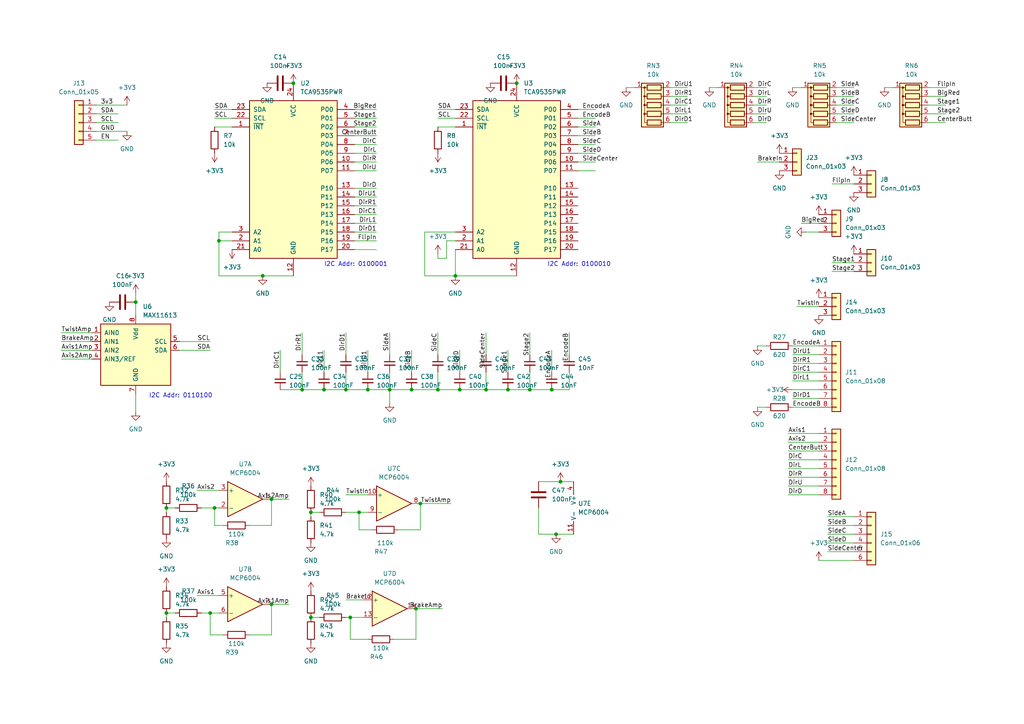
<source format=kicad_sch>
(kicad_sch (version 20230121) (generator eeschema)
  (paper "A4")
  (title_block (title "IO Controller") (date "2022-10-10") (rev "v0.1"))
  (lib_symbols
    (symbol "+3V3_1" (power) (pin_names (offset 0))
      (property "Value" "+3V3_1" (at 0 3.556 0))
      (symbol "+3V3_1_0_1"
        (polyline (pts (xy -0.762 1.27) (xy 0 2.54)))
        (polyline (pts (xy 0 0) (xy 0 2.54)))
        (polyline (pts (xy 0 2.54) (xy 0.762 1.27)))
      )
      (symbol "+3V3_1_1_1"
        (pin power_in line (at 0 0 90) (length 0) hide (name "+3V3") (number "1"))
      )
    )
    (symbol "Amplifier_Operational:MCP6004" (pin_names (offset 0.127))
      (property "Reference" "U" (at 0 5.08 0))
      (property "Value" "MCP6004" (at 0 -5.08 0))
      (symbol "MCP6004_1_1"
        (polyline (pts (xy -5.08 5.08) (xy 5.08 0) (xy -5.08 -5.08) (xy -5.08 5.08)) (stroke (width 0.254)) (fill (type background)))
        (pin output line (at 7.62 0 180) (length 2.54) (name "~") (number "1"))
        (pin input line (at -7.62 -2.54 0) (length 2.54) (name "-") (number "2"))
        (pin input line (at -7.62 2.54 0) (length 2.54) (name "+") (number "3"))
      )
      (symbol "MCP6004_2_1"
        (polyline (pts (xy -5.08 5.08) (xy 5.08 0) (xy -5.08 -5.08) (xy -5.08 5.08)) (stroke (width 0.254)) (fill (type background)))
        (pin input line (at -7.62 2.54 0) (length 2.54) (name "+") (number "5"))
        (pin input line (at -7.62 -2.54 0) (length 2.54) (name "-") (number "6"))
        (pin output line (at 7.62 0 180) (length 2.54) (name "~") (number "7"))
      )
      (symbol "MCP6004_3_1"
        (polyline (pts (xy -5.08 5.08) (xy 5.08 0) (xy -5.08 -5.08) (xy -5.08 5.08)) (stroke (width 0.254)) (fill (type background)))
        (pin input line (at -7.62 2.54 0) (length 2.54) (name "+") (number "10"))
        (pin output line (at 7.62 0 180) (length 2.54) (name "~") (number "8"))
        (pin input line (at -7.62 -2.54 0) (length 2.54) (name "-") (number "9"))
      )
      (symbol "MCP6004_4_1"
        (polyline (pts (xy -5.08 5.08) (xy 5.08 0) (xy -5.08 -5.08) (xy -5.08 5.08)) (stroke (width 0.254)) (fill (type background)))
        (pin input line (at -7.62 2.54 0) (length 2.54) (name "+") (number "12"))
        (pin input line (at -7.62 -2.54 0) (length 2.54) (name "-") (number "13"))
        (pin output line (at 7.62 0 180) (length 2.54) (name "~") (number "14"))
      )
      (symbol "MCP6004_5_1"
        (pin power_in line (at -2.54 -7.62 90) (length 3.81) (name "V-") (number "11"))
        (pin power_in line (at -2.54 7.62 270) (length 3.81) (name "V+") (number "4"))
      )
    )
    (symbol "Analog_ADC:MAX11613" (pin_names (offset 1.016))
      (property "Reference" "U" (at 11.43 -3.81 0))
      (property "Value" "MAX11613" (at 11.43 -6.35 0))
      (symbol "MAX11613_0_1"
        (rectangle (start -10.16 7.62) (end 10.16 -10.16) (stroke (width 0.254)) (fill (type background)))
      )
      (symbol "MAX11613_1_1"
        (pin input line (at -12.7 5.08 0) (length 2.54) (name "AIN0") (number "1"))
        (pin input line (at -12.7 2.54 0) (length 2.54) (name "AIN1") (number "2"))
        (pin input line (at -12.7 0 0) (length 2.54) (name "AIN2") (number "3"))
        (pin input line (at -12.7 -2.54 0) (length 2.54) (name "AIN3/REF") (number "4"))
        (pin input line (at 12.7 2.54 180) (length 2.54) (name "SCL") (number "5"))
        (pin bidirectional line (at 12.7 0 180) (length 2.54) (name "SDA") (number "6"))
        (pin power_in line (at 0 -12.7 90) (length 2.54) (name "GND") (number "7"))
        (pin power_in line (at 0 10.16 270) (length 2.54) (name "Vdd") (number "8"))
      )
    )
    (symbol "Connector_Generic:Conn_01x03" (pin_names (offset 1.016) hide)
      (property "Reference" "J" (at 0 5.08 0))
      (property "Value" "Conn_01x03" (at 0 -5.08 0))
      (symbol "Conn_01x03_1_1"
        (rectangle (start -1.27 -2.413) (end 0 -2.667) (stroke (width 0.1524)))
        (rectangle (start -1.27 0.127) (end 0 -0.127) (stroke (width 0.1524)))
        (rectangle (start -1.27 2.667) (end 0 2.413) (stroke (width 0.1524)))
        (rectangle (start -1.27 3.81) (end 1.27 -3.81) (stroke (width 0.254)) (fill (type background)))
        (pin passive line (at -5.08 2.54 0) (length 3.81) (name "Pin_1") (number "1"))
        (pin passive line (at -5.08 0 0) (length 3.81) (name "Pin_2") (number "2"))
        (pin passive line (at -5.08 -2.54 0) (length 3.81) (name "Pin_3") (number "3"))
      )
    )
    (symbol "Connector_Generic:Conn_01x05" (pin_names (offset 1.016) hide)
      (property "Reference" "J" (at 0 7.62 0))
      (property "Value" "Conn_01x05" (at 0 -7.62 0))
      (symbol "Conn_01x05_1_1"
        (rectangle (start -1.27 -4.953) (end 0 -5.207) (stroke (width 0.1524)))
        (rectangle (start -1.27 -2.413) (end 0 -2.667) (stroke (width 0.1524)))
        (rectangle (start -1.27 0.127) (end 0 -0.127) (stroke (width 0.1524)))
        (rectangle (start -1.27 2.667) (end 0 2.413) (stroke (width 0.1524)))
        (rectangle (start -1.27 5.207) (end 0 4.953) (stroke (width 0.1524)))
        (rectangle (start -1.27 6.35) (end 1.27 -6.35) (stroke (width 0.254)) (fill (type background)))
        (pin passive line (at -5.08 5.08 0) (length 3.81) (name "Pin_1") (number "1"))
        (pin passive line (at -5.08 2.54 0) (length 3.81) (name "Pin_2") (number "2"))
        (pin passive line (at -5.08 0 0) (length 3.81) (name "Pin_3") (number "3"))
        (pin passive line (at -5.08 -2.54 0) (length 3.81) (name "Pin_4") (number "4"))
        (pin passive line (at -5.08 -5.08 0) (length 3.81) (name "Pin_5") (number "5"))
      )
    )
    (symbol "Connector_Generic:Conn_01x06" (pin_names (offset 1.016) hide)
      (property "Reference" "J" (at 0 7.62 0))
      (property "Value" "Conn_01x06" (at 0 -10.16 0))
      (symbol "Conn_01x06_1_1"
        (rectangle (start -1.27 -7.493) (end 0 -7.747) (stroke (width 0.1524)))
        (rectangle (start -1.27 -4.953) (end 0 -5.207) (stroke (width 0.1524)))
        (rectangle (start -1.27 -2.413) (end 0 -2.667) (stroke (width 0.1524)))
        (rectangle (start -1.27 0.127) (end 0 -0.127) (stroke (width 0.1524)))
        (rectangle (start -1.27 2.667) (end 0 2.413) (stroke (width 0.1524)))
        (rectangle (start -1.27 5.207) (end 0 4.953) (stroke (width 0.1524)))
        (rectangle (start -1.27 6.35) (end 1.27 -8.89) (stroke (width 0.254)) (fill (type background)))
        (pin passive line (at -5.08 5.08 0) (length 3.81) (name "Pin_1") (number "1"))
        (pin passive line (at -5.08 2.54 0) (length 3.81) (name "Pin_2") (number "2"))
        (pin passive line (at -5.08 0 0) (length 3.81) (name "Pin_3") (number "3"))
        (pin passive line (at -5.08 -2.54 0) (length 3.81) (name "Pin_4") (number "4"))
        (pin passive line (at -5.08 -5.08 0) (length 3.81) (name "Pin_5") (number "5"))
        (pin passive line (at -5.08 -7.62 0) (length 3.81) (name "Pin_6") (number "6"))
      )
    )
    (symbol "Connector_Generic:Conn_01x08" (pin_names (offset 1.016) hide)
      (property "Reference" "J" (at 0 10.16 0))
      (property "Value" "Conn_01x08" (at 0 -12.7 0))
      (symbol "Conn_01x08_1_1"
        (rectangle (start -1.27 -10.033) (end 0 -10.287) (stroke (width 0.1524)))
        (rectangle (start -1.27 -7.493) (end 0 -7.747) (stroke (width 0.1524)))
        (rectangle (start -1.27 -4.953) (end 0 -5.207) (stroke (width 0.1524)))
        (rectangle (start -1.27 -2.413) (end 0 -2.667) (stroke (width 0.1524)))
        (rectangle (start -1.27 0.127) (end 0 -0.127) (stroke (width 0.1524)))
        (rectangle (start -1.27 2.667) (end 0 2.413) (stroke (width 0.1524)))
        (rectangle (start -1.27 5.207) (end 0 4.953) (stroke (width 0.1524)))
        (rectangle (start -1.27 7.747) (end 0 7.493) (stroke (width 0.1524)))
        (rectangle (start -1.27 8.89) (end 1.27 -11.43) (stroke (width 0.254)) (fill (type background)))
        (pin passive line (at -5.08 7.62 0) (length 3.81) (name "Pin_1") (number "1"))
        (pin passive line (at -5.08 5.08 0) (length 3.81) (name "Pin_2") (number "2"))
        (pin passive line (at -5.08 2.54 0) (length 3.81) (name "Pin_3") (number "3"))
        (pin passive line (at -5.08 0 0) (length 3.81) (name "Pin_4") (number "4"))
        (pin passive line (at -5.08 -2.54 0) (length 3.81) (name "Pin_5") (number "5"))
        (pin passive line (at -5.08 -5.08 0) (length 3.81) (name "Pin_6") (number "6"))
        (pin passive line (at -5.08 -7.62 0) (length 3.81) (name "Pin_7") (number "7"))
        (pin passive line (at -5.08 -10.16 0) (length 3.81) (name "Pin_8") (number "8"))
      )
    )
    (symbol "Device:C" (pin_numbers hide) (pin_names (offset 0.254))
      (property "Reference" "C" (at 0.635 2.54 0))
      (property "Value" "C" (at 0.635 -2.54 0))
      (symbol "C_0_1"
        (polyline (pts (xy -2.032 -0.762) (xy 2.032 -0.762)) (stroke (width 0.508)))
        (polyline (pts (xy -2.032 0.762) (xy 2.032 0.762)) (stroke (width 0.508)))
      )
      (symbol "C_1_1"
        (pin passive line (at 0 3.81 270) (length 2.794) (name "~") (number "1"))
        (pin passive line (at 0 -3.81 90) (length 2.794) (name "~") (number "2"))
      )
    )
    (symbol "Device:C_Small" (pin_numbers hide) (pin_names (offset 0.254) hide)
      (property "Reference" "C" (at 0.254 1.778 0))
      (property "Value" "C_Small" (at 0.254 -2.032 0))
      (symbol "C_Small_0_1"
        (polyline (pts (xy -1.524 -0.508) (xy 1.524 -0.508)) (stroke (width 0.3302)))
        (polyline (pts (xy -1.524 0.508) (xy 1.524 0.508)) (stroke (width 0.3048)))
      )
      (symbol "C_Small_1_1"
        (pin passive line (at 0 2.54 270) (length 2.032) (name "~") (number "1"))
        (pin passive line (at 0 -2.54 90) (length 2.032) (name "~") (number "2"))
      )
    )
    (symbol "Device:R" (pin_numbers hide) (pin_names (offset 0))
      (property "Reference" "R" (at 2.032 0 90))
      (property "Value" "R" (at 0 0 90))
      (symbol "R_0_1"
        (rectangle (start -1.016 -2.54) (end 1.016 2.54) (stroke (width 0.254)))
      )
      (symbol "R_1_1"
        (pin passive line (at 0 3.81 270) (length 1.27) (name "~") (number "1"))
        (pin passive line (at 0 -3.81 90) (length 1.27) (name "~") (number "2"))
      )
    )
    (symbol "Device:R_Network05" (pin_names (offset 0) hide)
      (property "Reference" "RN" (at -7.62 0 90))
      (property "Value" "R_Network05" (at 7.62 0 90))
      (symbol "R_Network05_0_1"
        (rectangle (start -6.35 -3.175) (end 6.35 3.175) (stroke (width 0.254)) (fill (type background)))
        (rectangle (start -5.842 1.524) (end -4.318 -2.54) (stroke (width 0.254)))
        (circle (center -5.08 2.286) (radius 0.254) (fill (type outline)))
        (rectangle (start -3.302 1.524) (end -1.778 -2.54) (stroke (width 0.254)))
        (circle (center -2.54 2.286) (radius 0.254) (fill (type outline)))
        (rectangle (start -0.762 1.524) (end 0.762 -2.54) (stroke (width 0.254)))
        (polyline (pts (xy -5.08 -2.54) (xy -5.08 -3.81)))
        (polyline (pts (xy -2.54 -2.54) (xy -2.54 -3.81)))
        (polyline (pts (xy 0 -2.54) (xy 0 -3.81)))
        (polyline (pts (xy 2.54 -2.54) (xy 2.54 -3.81)))
        (polyline (pts (xy 5.08 -2.54) (xy 5.08 -3.81)))
        (polyline (pts (xy -5.08 1.524) (xy -5.08 2.286) (xy -2.54 2.286) (xy -2.54 1.524)))
        (polyline (pts (xy -2.54 1.524) (xy -2.54 2.286) (xy 0 2.286) (xy 0 1.524)))
        (polyline (pts (xy 0 1.524) (xy 0 2.286) (xy 2.54 2.286) (xy 2.54 1.524)))
        (polyline (pts (xy 2.54 1.524) (xy 2.54 2.286) (xy 5.08 2.286) (xy 5.08 1.524)))
        (circle (center 0 2.286) (radius 0.254) (fill (type outline)))
        (rectangle (start 1.778 1.524) (end 3.302 -2.54) (stroke (width 0.254)))
        (circle (center 2.54 2.286) (radius 0.254) (fill (type outline)))
        (rectangle (start 4.318 1.524) (end 5.842 -2.54) (stroke (width 0.254)))
      )
      (symbol "R_Network05_1_1"
        (pin passive line (at -5.08 5.08 270) (length 2.54) (name "common") (number "1"))
        (pin passive line (at -5.08 -5.08 90) (length 1.27) (name "R1") (number "2"))
        (pin passive line (at -2.54 -5.08 90) (length 1.27) (name "R2") (number "3"))
        (pin passive line (at 0 -5.08 90) (length 1.27) (name "R3") (number "4"))
        (pin passive line (at 2.54 -5.08 90) (length 1.27) (name "R4") (number "5"))
        (pin passive line (at 5.08 -5.08 90) (length 1.27) (name "R5") (number "6"))
      )
    )
    (symbol "Interface_Expansion:TCA9535PWR" (pin_names (offset 1.016))
      (property "Reference" "U" (at -11.43 24.13 0))
      (property "Value" "TCA9535PWR" (at 0 0 0))
      (symbol "TCA9535PWR_0_1"
        (rectangle (start -12.7 22.86) (end 12.7 -22.86) (stroke (width 0.254)) (fill (type background)))
      )
      (symbol "TCA9535PWR_1_1"
        (pin open_collector line (at -17.78 15.24 0) (length 5.08) (name "~{INT}") (number "1"))
        (pin bidirectional line (at 17.78 5.08 180) (length 5.08) (name "P06") (number "10"))
        (pin bidirectional line (at 17.78 2.54 180) (length 5.08) (name "P07") (number "11"))
        (pin power_in line (at 0 -27.94 90) (length 5.08) (name "GND") (number "12"))
        (pin bidirectional line (at 17.78 -2.54 180) (length 5.08) (name "P10") (number "13"))
        (pin bidirectional line (at 17.78 -5.08 180) (length 5.08) (name "P11") (number "14"))
        (pin bidirectional line (at 17.78 -7.62 180) (length 5.08) (name "P12") (number "15"))
        (pin bidirectional line (at 17.78 -10.16 180) (length 5.08) (name "P13") (number "16"))
        (pin bidirectional line (at 17.78 -12.7 180) (length 5.08) (name "P14") (number "17"))
        (pin bidirectional line (at 17.78 -15.24 180) (length 5.08) (name "P15") (number "18"))
        (pin bidirectional line (at 17.78 -17.78 180) (length 5.08) (name "P16") (number "19"))
        (pin input line (at -17.78 -17.78 0) (length 5.08) (name "A1") (number "2"))
        (pin bidirectional line (at 17.78 -20.32 180) (length 5.08) (name "P17") (number "20"))
        (pin input line (at -17.78 -20.32 0) (length 5.08) (name "A0") (number "21"))
        (pin input line (at -17.78 17.78 0) (length 5.08) (name "SCL") (number "22"))
        (pin bidirectional line (at -17.78 20.32 0) (length 5.08) (name "SDA") (number "23"))
        (pin power_in line (at 0 27.94 270) (length 5.08) (name "VCC") (number "24"))
        (pin input line (at -17.78 -15.24 0) (length 5.08) (name "A2") (number "3"))
        (pin bidirectional line (at 17.78 20.32 180) (length 5.08) (name "P00") (number "4"))
        (pin bidirectional line (at 17.78 17.78 180) (length 5.08) (name "P01") (number "5"))
        (pin bidirectional line (at 17.78 15.24 180) (length 5.08) (name "P02") (number "6"))
        (pin bidirectional line (at 17.78 12.7 180) (length 5.08) (name "P03") (number "7"))
        (pin bidirectional line (at 17.78 10.16 180) (length 5.08) (name "P04") (number "8"))
        (pin bidirectional line (at 17.78 7.62 180) (length 5.08) (name "P05") (number "9"))
      )
    )
    (symbol "power:+3V3" (power) (pin_names (offset 0))
      (property "Value" "+3V3" (at 0 3.556 0))
      (symbol "+3V3_0_1"
        (polyline (pts (xy -0.762 1.27) (xy 0 2.54)))
        (polyline (pts (xy 0 0) (xy 0 2.54)))
        (polyline (pts (xy 0 2.54) (xy 0.762 1.27)))
      )
      (symbol "+3V3_1_1"
        (pin power_in line (at 0 0 90) (length 0) hide (name "+3V3") (number "1"))
      )
    )
    (symbol "power:GND" (power) (pin_names (offset 0))
      (property "Value" "GND" (at 0 -3.81 0))
      (symbol "GND_0_1"
        (polyline (pts (xy 0 0) (xy 0 -1.27) (xy 1.27 -1.27) (xy 0 -2.54) (xy -1.27 -1.27) (xy 0 -1.27)))
      )
      (symbol "GND_1_1"
        (pin power_in line (at 0 0 270) (length 0) hide (name "GND") (number "1"))
      )
    )
  )
  (junction (at 161.29 154.94))
  (junction (at 76.2 80.01))
  (junction (at 147.32 113.03))
  (junction (at 140.97 113.03))
  (junction (at 153.67 113.03))
  (junction (at 78.74 144.78))
  (junction (at 62.23 147.32))
  (junction (at 119.38 113.03))
  (junction (at 127 113.03))
  (junction (at 78.74 175.26))
  (junction (at 120.65 176.53))
  (junction (at 106.68 113.03))
  (junction (at 100.33 113.03))
  (junction (at 60.96 177.8))
  (junction (at 87.63 113.03))
  (junction (at 90.17 148.59))
  (junction (at 133.35 113.03))
  (junction (at 104.14 148.59))
  (junction (at 113.03 113.03))
  (junction (at 149.86 24.13))
  (junction (at 39.37 87.63))
  (junction (at 162.56 139.7))
  (junction (at 121.92 146.05))
  (junction (at 48.26 177.8))
  (junction (at 63.5 69.85))
  (junction (at 93.98 113.03))
  (junction (at 101.6 179.07))
  (junction (at 48.26 147.32))
  (junction (at 160.02 113.03))
  (junction (at 85.09 24.13))
  (junction (at 90.17 179.07))
  (junction (at 132.08 80.01))
  (wire (pts (xy 106.68 185.42) (xy 101.6 185.42)))
  (wire (pts (xy 269.24 27.94) (xy 274.32 27.94)))
  (wire (pts (xy 165.1 96.52) (xy 165.1 102.87)))
  (wire (pts (xy 87.63 107.95) (xy 87.63 113.03)))
  (wire (pts (xy 269.24 35.56) (xy 274.32 35.56)))
  (wire (pts (xy 62.23 152.4) (xy 62.23 147.32)))
  (wire (pts (xy 63.5 80.01) (xy 76.2 80.01)))
  (wire (pts (xy 233.68 67.31) (xy 237.49 67.31)))
  (wire (pts (xy 127 73.66) (xy 127 74.93)))
  (wire (pts (xy 194.31 35.56) (xy 199.39 35.56)))
  (wire (pts (xy 52.07 99.06) (xy 60.96 99.06)))
  (wire (pts (xy 102.87 49.53) (xy 109.22 49.53)))
  (wire (pts (xy 153.67 107.95) (xy 153.67 113.03)))
  (wire (pts (xy 48.26 177.8) (xy 50.8 177.8)))
  (wire (pts (xy 102.87 36.83) (xy 109.22 36.83)))
  (wire (pts (xy 121.92 153.67) (xy 121.92 146.05)))
  (wire (pts (xy 167.64 31.75) (xy 172.72 31.75)))
  (wire (pts (xy 127 34.29) (xy 132.08 34.29)))
  (wire (pts (xy 165.1 113.03) (xy 160.02 113.03)))
  (wire (pts (xy 205.74 25.4) (xy 208.28 25.4)))
  (wire (pts (xy 242.57 27.94) (xy 247.65 27.94)))
  (wire (pts (xy 114.3 185.42) (xy 120.65 185.42)))
  (wire (pts (xy 140.97 107.95) (xy 140.97 113.03)))
  (wire (pts (xy 269.24 30.48) (xy 274.32 30.48)))
  (wire (pts (xy 17.78 96.52) (xy 26.67 96.52)))
  (wire (pts (xy 133.35 113.03) (xy 140.97 113.03)))
  (wire (pts (xy 242.57 25.4) (xy 247.65 25.4)))
  (wire (pts (xy 39.37 87.63) (xy 39.37 91.44)))
  (wire (pts (xy 57.15 142.24) (xy 63.5 142.24)))
  (wire (pts (xy 62.23 147.32) (xy 63.5 147.32)))
  (wire (pts (xy 218.44 30.48) (xy 222.25 30.48)))
  (wire (pts (xy 17.78 104.14) (xy 26.67 104.14)))
  (wire (pts (xy 119.38 113.03) (xy 127 113.03)))
  (wire (pts (xy 167.64 36.83) (xy 172.72 36.83)))
  (wire (pts (xy 62.23 31.75) (xy 67.31 31.75)))
  (wire (pts (xy 107.95 153.67) (xy 104.14 153.67)))
  (wire (pts (xy 123.19 80.01) (xy 132.08 80.01)))
  (wire (pts (xy 102.87 57.15) (xy 109.22 57.15)))
  (wire (pts (xy 63.5 69.85) (xy 67.31 69.85)))
  (wire (pts (xy 102.87 62.23) (xy 109.22 62.23)))
  (wire (pts (xy 194.31 25.4) (xy 199.39 25.4)))
  (wire (pts (xy 242.57 33.02) (xy 247.65 33.02)))
  (wire (pts (xy 228.6 140.97) (xy 237.49 140.97)))
  (wire (pts (xy 78.74 175.26) (xy 83.82 175.26)))
  (wire (pts (xy 101.6 179.07) (xy 105.41 179.07)))
  (wire (pts (xy 242.57 35.56) (xy 247.65 35.56)))
  (wire (pts (xy 27.94 33.02) (xy 34.29 33.02)))
  (wire (pts (xy 240.03 157.48) (xy 247.65 157.48)))
  (wire (pts (xy 147.32 101.6) (xy 147.32 107.95)))
  (wire (pts (xy 81.28 113.03) (xy 87.63 113.03)))
  (wire (pts (xy 39.37 114.3) (xy 39.37 119.38)))
  (wire (pts (xy 161.29 154.94) (xy 166.37 154.94)))
  (wire (pts (xy 78.74 184.15) (xy 78.74 175.26)))
  (wire (pts (xy 67.31 67.31) (xy 63.5 67.31)))
  (wire (pts (xy 240.03 160.02) (xy 247.65 160.02)))
  (wire (pts (xy 127 36.83) (xy 132.08 36.83)))
  (wire (pts (xy 241.3 78.74) (xy 247.65 78.74)))
  (wire (pts (xy 237.49 162.56) (xy 247.65 162.56)))
  (wire (pts (xy 237.49 118.11) (xy 229.87 118.11)))
  (wire (pts (xy 127 113.03) (xy 133.35 113.03)))
  (wire (pts (xy 167.64 34.29) (xy 172.72 34.29)))
  (wire (pts (xy 156.21 147.32) (xy 156.21 154.94)))
  (wire (pts (xy 102.87 44.45) (xy 109.22 44.45)))
  (wire (pts (xy 63.5 67.31) (xy 63.5 69.85)))
  (wire (pts (xy 57.15 172.72) (xy 63.5 172.72)))
  (wire (pts (xy 27.94 40.64) (xy 34.29 40.64)))
  (wire (pts (xy 100.33 173.99) (xy 105.41 173.99)))
  (wire (pts (xy 165.1 107.95) (xy 165.1 113.03)))
  (wire (pts (xy 132.08 80.01) (xy 132.08 72.39)))
  (wire (pts (xy 219.71 46.99) (xy 226.06 46.99)))
  (wire (pts (xy 102.87 46.99) (xy 109.22 46.99)))
  (wire (pts (xy 229.87 113.03) (xy 237.49 113.03)))
  (wire (pts (xy 106.68 101.6) (xy 106.68 107.95)))
  (wire (pts (xy 101.6 185.42) (xy 101.6 179.07)))
  (wire (pts (xy 167.64 44.45) (xy 172.72 44.45)))
  (wire (pts (xy 156.21 154.94) (xy 161.29 154.94)))
  (wire (pts (xy 228.6 143.51) (xy 237.49 143.51)))
  (wire (pts (xy 129.54 69.85) (xy 129.54 74.93)))
  (wire (pts (xy 242.57 30.48) (xy 247.65 30.48)))
  (wire (pts (xy 123.19 67.31) (xy 123.19 80.01)))
  (wire (pts (xy 52.07 101.6) (xy 60.96 101.6)))
  (wire (pts (xy 219.71 100.33) (xy 222.25 100.33)))
  (wire (pts (xy 60.96 184.15) (xy 60.96 177.8)))
  (wire (pts (xy 93.98 101.6) (xy 93.98 107.95)))
  (wire (pts (xy 241.3 76.2) (xy 247.65 76.2)))
  (wire (pts (xy 140.97 113.03) (xy 147.32 113.03)))
  (wire (pts (xy 127 31.75) (xy 132.08 31.75)))
  (wire (pts (xy 102.87 72.39) (xy 109.22 72.39)))
  (wire (pts (xy 228.6 138.43) (xy 237.49 138.43)))
  (wire (pts (xy 194.31 30.48) (xy 199.39 30.48)))
  (wire (pts (xy 72.39 152.4) (xy 78.74 152.4)))
  (wire (pts (xy 120.65 176.53) (xy 128.27 176.53)))
  (wire (pts (xy 27.94 38.1) (xy 36.83 38.1)))
  (wire (pts (xy 241.3 53.34) (xy 247.65 53.34)))
  (wire (pts (xy 100.33 143.51) (xy 106.68 143.51)))
  (wire (pts (xy 132.08 67.31) (xy 123.19 67.31)))
  (wire (pts (xy 102.87 54.61) (xy 109.22 54.61)))
  (wire (pts (xy 58.42 147.32) (xy 62.23 147.32)))
  (wire (pts (xy 140.97 96.52) (xy 140.97 102.87)))
  (wire (pts (xy 62.23 36.83) (xy 67.31 36.83)))
  (wire (pts (xy 17.78 99.06) (xy 26.67 99.06)))
  (wire (pts (xy 39.37 85.09) (xy 39.37 87.63)))
  (wire (pts (xy 100.33 148.59) (xy 104.14 148.59)))
  (wire (pts (xy 78.74 144.78) (xy 83.82 144.78)))
  (wire (pts (xy 133.35 101.6) (xy 133.35 107.95)))
  (wire (pts (xy 100.33 179.07) (xy 101.6 179.07)))
  (wire (pts (xy 120.65 176.53) (xy 120.65 185.42)))
  (wire (pts (xy 167.64 49.53) (xy 172.72 49.53)))
  (wire (pts (xy 87.63 113.03) (xy 93.98 113.03)))
  (wire (pts (xy 78.74 152.4) (xy 78.74 144.78)))
  (wire (pts (xy 113.03 113.03) (xy 119.38 113.03)))
  (wire (pts (xy 167.64 39.37) (xy 172.72 39.37)))
  (wire (pts (xy 231.14 88.9) (xy 237.49 88.9)))
  (wire (pts (xy 104.14 153.67) (xy 104.14 148.59)))
  (wire (pts (xy 90.17 179.07) (xy 92.71 179.07)))
  (wire (pts (xy 93.98 113.03) (xy 100.33 113.03)))
  (wire (pts (xy 102.87 41.91) (xy 109.22 41.91)))
  (wire (pts (xy 106.68 113.03) (xy 113.03 113.03)))
  (wire (pts (xy 229.87 102.87) (xy 237.49 102.87)))
  (wire (pts (xy 100.33 113.03) (xy 106.68 113.03)))
  (wire (pts (xy 240.03 154.94) (xy 247.65 154.94)))
  (wire (pts (xy 64.77 184.15) (xy 60.96 184.15)))
  (wire (pts (xy 149.86 80.01) (xy 132.08 80.01)))
  (wire (pts (xy 102.87 31.75) (xy 109.22 31.75)))
  (wire (pts (xy 48.26 147.32) (xy 48.26 148.59)))
  (wire (pts (xy 58.42 177.8) (xy 60.96 177.8)))
  (wire (pts (xy 102.87 64.77) (xy 109.22 64.77)))
  (wire (pts (xy 218.44 27.94) (xy 222.25 27.94)))
  (wire (pts (xy 127 96.52) (xy 127 102.87)))
  (wire (pts (xy 256.54 25.4) (xy 259.08 25.4)))
  (wire (pts (xy 218.44 25.4) (xy 222.25 25.4)))
  (wire (pts (xy 50.8 147.32) (xy 48.26 147.32)))
  (wire (pts (xy 102.87 34.29) (xy 109.22 34.29)))
  (wire (pts (xy 228.6 130.81) (xy 237.49 130.81)))
  (wire (pts (xy 218.44 33.02) (xy 222.25 33.02)))
  (wire (pts (xy 27.94 30.48) (xy 36.83 30.48)))
  (wire (pts (xy 240.03 149.86) (xy 247.65 149.86)))
  (wire (pts (xy 269.24 25.4) (xy 274.32 25.4)))
  (wire (pts (xy 167.64 41.91) (xy 172.72 41.91)))
  (wire (pts (xy 229.87 110.49) (xy 237.49 110.49)))
  (wire (pts (xy 76.2 80.01) (xy 85.09 80.01)))
  (wire (pts (xy 48.26 179.07) (xy 48.26 177.8)))
  (wire (pts (xy 127 107.95) (xy 127 113.03)))
  (wire (pts (xy 113.03 96.52) (xy 113.03 102.87)))
  (wire (pts (xy 156.21 139.7) (xy 162.56 139.7)))
  (wire (pts (xy 102.87 59.69) (xy 109.22 59.69)))
  (wire (pts (xy 102.87 67.31) (xy 109.22 67.31)))
  (wire (pts (xy 100.33 107.95) (xy 100.33 113.03)))
  (wire (pts (xy 194.31 27.94) (xy 199.39 27.94)))
  (wire (pts (xy 104.14 148.59) (xy 106.68 148.59)))
  (wire (pts (xy 229.87 107.95) (xy 237.49 107.95)))
  (wire (pts (xy 129.54 74.93) (xy 127 74.93)))
  (wire (pts (xy 218.44 35.56) (xy 222.25 35.56)))
  (wire (pts (xy 60.96 177.8) (xy 63.5 177.8)))
  (wire (pts (xy 162.56 139.7) (xy 166.37 139.7)))
  (wire (pts (xy 72.39 184.15) (xy 78.74 184.15)))
  (wire (pts (xy 219.71 118.11) (xy 222.25 118.11)))
  (wire (pts (xy 102.87 39.37) (xy 109.22 39.37)))
  (wire (pts (xy 181.61 25.4) (xy 184.15 25.4)))
  (wire (pts (xy 153.67 96.52) (xy 153.67 102.87)))
  (wire (pts (xy 228.6 128.27) (xy 237.49 128.27)))
  (wire (pts (xy 119.38 101.6) (xy 119.38 107.95)))
  (wire (pts (xy 132.08 69.85) (xy 129.54 69.85)))
  (wire (pts (xy 100.33 96.52) (xy 100.33 102.87)))
  (wire (pts (xy 81.28 101.6) (xy 81.28 107.95)))
  (wire (pts (xy 167.64 46.99) (xy 172.72 46.99)))
  (wire (pts (xy 228.6 125.73) (xy 237.49 125.73)))
  (wire (pts (xy 228.6 135.89) (xy 237.49 135.89)))
  (wire (pts (xy 87.63 96.52) (xy 87.63 102.87)))
  (wire (pts (xy 269.24 33.02) (xy 274.32 33.02)))
  (wire (pts (xy 232.41 64.77) (xy 237.49 64.77)))
  (wire (pts (xy 113.03 107.95) (xy 113.03 113.03)))
  (wire (pts (xy 90.17 149.86) (xy 90.17 148.59)))
  (wire (pts (xy 194.31 33.02) (xy 199.39 33.02)))
  (wire (pts (xy 90.17 148.59) (xy 92.71 148.59)))
  (wire (pts (xy 240.03 152.4) (xy 247.65 152.4)))
  (wire (pts (xy 121.92 146.05) (xy 130.81 146.05)))
  (wire (pts (xy 147.32 113.03) (xy 153.67 113.03)))
  (wire (pts (xy 113.03 113.03) (xy 113.03 116.84)))
  (wire (pts (xy 64.77 152.4) (xy 62.23 152.4)))
  (wire (pts (xy 62.23 34.29) (xy 67.31 34.29)))
  (wire (pts (xy 229.87 115.57) (xy 237.49 115.57)))
  (wire (pts (xy 228.6 133.35) (xy 237.49 133.35)))
  (wire (pts (xy 27.94 35.56) (xy 34.29 35.56)))
  (wire (pts (xy 63.5 80.01) (xy 63.5 69.85)))
  (wire (pts (xy 229.87 100.33) (xy 237.49 100.33)))
  (wire (pts (xy 160.02 101.6) (xy 160.02 107.95)))
  (wire (pts (xy 229.87 105.41) (xy 237.49 105.41)))
  (wire (pts (xy 102.87 69.85) (xy 109.22 69.85)))
  (wire (pts (xy 17.78 101.6) (xy 26.67 101.6)))
  (wire (pts (xy 229.87 25.4) (xy 232.41 25.4)))
  (wire (pts (xy 160.02 113.03) (xy 153.67 113.03)))
  (wire (pts (xy 115.57 153.67) (xy 121.92 153.67)))
  (text "I2C Addr: 0100010" (at 158.75 77.47 0) (effects (font (size 1.27 1.27)) (justify left bottom)))
  (text "I2C Addr: 0100001" (at 93.98 77.47 0) (effects (font (size 1.27 1.27)) (justify left bottom)))
  (text "I2C Addr: 0110100" (at 43.18 115.57 0) (effects (font (size 1.27 1.27)) (justify left bottom)))
  (label "SideC" (at 168.91 41.91 0))
  (label "EncodeA" (at 229.87 100.33 0))
  (label "CenterButt" (at 228.6 130.81 0))
  (label "SideC" (at 127 96.52 270))
  (label "SideCenter" (at 243.84 35.56 0))
  (label "SideCenter" (at 140.97 96.52 270))
  (label "Axis2Amp" (at 83.82 144.78 180))
  (label "SCL" (at 29.21 35.56 0))
  (label "DirU1" (at 195.58 25.4 0))
  (label "DirR" (at 228.6 138.43 0))
  (label "DirR" (at 219.71 30.48 0))
  (label "SideA" (at 243.84 25.4 0))
  (label "EncodeB" (at 229.87 118.11 0))
  (label "Stage1" (at 109.22 34.29 180))
  (label "DirL1" (at 229.87 110.49 0))
  (label "DirL" (at 109.22 44.45 180))
  (label "SideD" (at 168.91 44.45 0))
  (label "SCL" (at 62.23 34.29 0))
  (label "Stage1" (at 147.32 101.6 270))
  (label "DirD1" (at 100.33 96.52 270))
  (label "DirC" (at 219.71 25.4 0))
  (label "SideC" (at 240.03 154.94 0))
  (label "DirD" (at 219.71 35.56 0))
  (label "TwistAmp" (at 17.78 96.52 0))
  (label "DirC1" (at 229.87 107.95 0))
  (label "EncodeB" (at 168.91 34.29 0))
  (label "SideCenter" (at 240.03 160.02 0))
  (label "DirU" (at 219.71 33.02 0))
  (label "DirL" (at 228.6 135.89 0))
  (label "DirU1" (at 109.22 57.15 180))
  (label "DirR" (at 109.22 46.99 180))
  (label "FlipIn" (at 271.78 25.4 0))
  (label "FlipIn" (at 109.22 69.85 180))
  (label "EN" (at 29.21 40.64 0))
  (label "SideD" (at 133.35 101.6 270))
  (label "CenterButt" (at 109.22 39.37 180))
  (label "DirR1" (at 109.22 59.69 180))
  (label "DirC" (at 228.6 133.35 0))
  (label "BigRed" (at 271.78 27.94 0))
  (label "Stage2" (at 241.3 78.74 0))
  (label "DirU1" (at 229.87 102.87 0))
  (label "SideA" (at 113.03 96.52 270))
  (label "DirD" (at 109.22 54.61 180))
  (label "EncodeA" (at 160.02 101.6 270))
  (label "Axis2" (at 228.6 128.27 0))
  (label "DirD1" (at 195.58 35.56 0))
  (label "Axis1" (at 57.15 172.72 0))
  (label "DirL1" (at 109.22 64.77 180))
  (label "Axis2Amp" (at 17.78 104.14 0))
  (label "SideB" (at 168.91 39.37 0))
  (label "SDA" (at 29.21 33.02 0))
  (label "SideA" (at 240.03 149.86 0))
  (label "DirU" (at 228.6 140.97 0))
  (label "SideC" (at 243.84 30.48 0))
  (label "SideB" (at 119.38 101.6 270))
  (label "Axis2" (at 57.15 142.24 0))
  (label "CenterButt" (at 271.78 35.56 0))
  (label "DirC1" (at 195.58 30.48 0))
  (label "DirD1" (at 109.22 67.31 180))
  (label "BrakeAmp" (at 17.78 99.06 0))
  (label "Stage1" (at 271.78 30.48 0))
  (label "SideA" (at 168.91 36.83 0))
  (label "EncodeB" (at 165.1 96.52 270))
  (label "SDA" (at 62.23 31.75 0))
  (label "SDA" (at 60.96 101.6 180))
  (label "Stage2" (at 109.22 36.83 180))
  (label "SideB" (at 243.84 27.94 0))
  (label "SDA" (at 127 31.75 0))
  (label "Stage2" (at 271.78 33.02 0))
  (label "SCL" (at 127 34.29 0))
  (label "SCL" (at 60.96 99.06 180))
  (label "BrakeAmp" (at 128.27 176.53 180))
  (label "GND" (at 29.21 38.1 0))
  (label "BrakeIn" (at 100.33 173.99 0))
  (label "Axis1Amp" (at 83.82 175.26 180))
  (label "DirR1" (at 87.63 96.52 270))
  (label "DirL" (at 219.71 27.94 0))
  (label "BigRed" (at 232.41 64.77 0))
  (label "SideB" (at 240.03 152.4 0))
  (label "DirU1" (at 106.68 101.6 270))
  (label "DirC1" (at 109.22 62.23 180))
  (label "DirL1" (at 195.58 33.02 0))
  (label "Stage2" (at 153.67 96.52 270))
  (label "SideD" (at 240.03 157.48 0))
  (label "DirR1" (at 195.58 27.94 0))
  (label "BigRed" (at 109.22 31.75 180))
  (label "DirD1" (at 229.87 115.57 0))
  (label "FlipIn" (at 241.3 53.34 0))
  (label "DirU" (at 109.22 49.53 180))
  (label "TwistIn" (at 100.33 143.51 0))
  (label "Axis1" (at 228.6 125.73 0))
  (label "DirL1" (at 93.98 101.6 270))
  (label "Axis1Amp" (at 17.78 101.6 0))
  (label "Stage1" (at 241.3 76.2 0))
  (label "TwistIn" (at 231.14 88.9 0))
  (label "SideCenter" (at 168.91 46.99 0))
  (label "BrakeIn" (at 219.71 46.99 0))
  (label "DirC" (at 109.22 41.91 180))
  (label "3v3" (at 29.21 30.48 0))
  (label "DirR1" (at 229.87 105.41 0))
  (label "SideD" (at 243.84 33.02 0))
  (label "DirC1" (at 81.28 101.6 270))
  (label "TwistAmp" (at 130.81 146.05 180))
  (label "DirD" (at 228.6 143.51 0))
  (label "EncodeA" (at 168.91 31.75 0))
  (symbol (lib_id "Device:R") (at 127 40.64 0) (unit 1)
    (property "Reference" "R8" (at 129.54 39.3699 0) (effects (justify left)))
    (property "Value" "10k" (at 129.54 41.9099 0) (effects (justify left)))
    (property "Footprint" "Resistor_SMD:R_0805_2012Metric" (effects hide))
  )
  (symbol (lib_id "Device:C_Small") (at 113.03 105.41 0) (unit 1)
    (property "Reference" "C37" (at 115.57 104.1462 0) (effects (justify left)))
    (property "Value" "100nF" (at 115.57 106.6862 0) (effects (justify left)))
    (property "Footprint" "Capacitor_SMD:C_0603_1608Metric" (effects hide))
  )
  (symbol (lib_id "Device:R") (at 48.26 152.4 0) (unit 1)
    (property "Reference" "R33" (at 50.8 151.1299 0) (effects (justify left)))
    (property "Value" "4.7k" (at 50.8 153.6699 0) (effects (justify left)))
    (property "Footprint" "Resistor_SMD:R_0603_1608Metric" (effects hide))
  )
  (symbol (lib_name "+3V3_1") (lib_id "power:+3V3") (at 90.17 171.45 0) (unit 1)
    (property "Reference" "#PWR0227" (effects hide))
    (property "Value" "+3V3" (at 90.17 166.37 0))
  )
  (symbol (lib_id "power:GND") (at 90.17 186.69 0) (unit 1)
    (property "Reference" "#PWR0229" (effects hide))
    (property "Value" "GND" (at 90.17 191.77 0))
  )
  (symbol (lib_id "power:+3V3") (at 162.56 139.7 0) (unit 1)
    (property "Reference" "#PWR0217" (effects hide))
    (property "Value" "+3V3" (at 162.56 134.62 0))
  )
  (symbol (lib_id "power:GND") (at 181.61 25.4 0) (unit 1)
    (property "Reference" "#PWR0189" (effects hide))
    (property "Value" "GND" (at 181.61 30.48 0))
  )
  (symbol (lib_id "power:+3V3") (at 247.65 50.8 0) (unit 1)
    (property "Reference" "#PWR0109" (effects hide))
    (property "Value" "+3V3" (at 247.65 45.72 0))
  )
  (symbol (lib_id "Device:R") (at 96.52 179.07 90) (unit 1)
    (property "Reference" "R45" (at 96.52 172.72 90))
    (property "Value" "100k" (at 96.52 175.26 90))
    (property "Footprint" "Resistor_SMD:R_0603_1608Metric" (effects hide))
  )
  (symbol (lib_id "Connector_Generic:Conn_01x03") (at 252.73 53.34 0) (unit 1)
    (property "Reference" "J8" (at 255.27 52.0699 0) (effects (justify left)))
    (property "Value" "Conn_01x03" (at 255.27 54.6099 0) (effects (justify left)))
    (property "Footprint" "Connector_JST:JST_PH_B3B-PH-K_1x03_P2.00mm_Vertical" (effects hide))
  )
  (symbol (lib_id "power:GND") (at 36.83 38.1 0) (unit 1)
    (property "Reference" "#PWR0112" (effects hide))
    (property "Value" "GND" (at 36.83 43.18 0))
  )
  (symbol (lib_id "power:GND") (at 48.26 186.69 0) (unit 1)
    (property "Reference" "#PWR0230" (effects hide))
    (property "Value" "GND" (at 48.26 191.77 0))
  )
  (symbol (lib_name "+3V3_1") (lib_id "power:+3V3") (at 90.17 140.97 0) (unit 1)
    (property "Reference" "#PWR0224" (effects hide))
    (property "Value" "+3V3" (at 90.17 135.89 0))
  )
  (symbol (lib_id "Amplifier_Operational:MCP6004") (at 71.12 175.26 0) (unit 2)
    (property "Reference" "U7" (at 71.12 165.1 0))
    (property "Value" "MCP6004" (at 71.12 167.64 0))
    (property "Footprint" "Package_SO:TSSOP-14_4.4x5mm_P0.65mm" (effects hide))
    (property "Datasheet" "http://ww1.microchip.com/downloads/en/DeviceDoc/21733j.pdf" (effects hide))
  )
  (symbol (lib_id "Connector_Generic:Conn_01x03") (at 242.57 88.9 0) (unit 1)
    (property "Reference" "J14" (at 245.11 87.6299 0) (effects (justify left)))
    (property "Value" "Conn_01x03" (at 245.11 90.1699 0) (effects (justify left)))
    (property "Footprint" "Connector_JST:JST_PH_B3B-PH-K_1x03_P2.00mm_Vertical" (effects hide))
  )
  (symbol (lib_id "power:GND") (at 237.49 91.44 0) (unit 1)
    (property "Reference" "#PWR0123" (effects hide))
    (property "Value" "GND" (at 237.49 96.52 0))
  )
  (symbol (lib_id "power:+3V3") (at 39.37 85.09 0) (unit 1)
    (property "Reference" "#PWR0150" (effects hide))
    (property "Value" "+3V3" (at 39.37 80.01 0))
  )
  (symbol (lib_id "Device:C_Small") (at 93.98 110.49 0) (unit 1)
    (property "Reference" "C34" (at 96.52 109.2262 0) (effects (justify left)))
    (property "Value" "100nF" (at 96.52 111.7662 0) (effects (justify left)))
    (property "Footprint" "Capacitor_SMD:C_0603_1608Metric" (effects hide))
  )
  (symbol (lib_id "Device:C_Small") (at 165.1 105.41 0) (unit 1)
    (property "Reference" "C45" (at 167.64 104.1462 0) (effects (justify left)))
    (property "Value" "10nF" (at 167.64 106.6862 0) (effects (justify left)))
    (property "Footprint" "Capacitor_SMD:C_0603_1608Metric" (effects hide))
  )
  (symbol (lib_id "power:+3V3") (at 127 44.45 180) (unit 1)
    (property "Reference" "#PWR0162" (effects hide))
    (property "Value" "+3V3" (at 127 49.53 0))
  )
  (symbol (lib_id "power:+3V3") (at 226.06 44.45 0) (unit 1)
    (property "Reference" "#PWR0214" (effects hide))
    (property "Value" "+3V3" (at 226.06 39.37 0))
  )
  (symbol (lib_id "power:GND") (at 161.29 154.94 0) (unit 1)
    (property "Reference" "#PWR0216" (effects hide))
    (property "Value" "GND" (at 161.29 160.02 0))
  )
  (symbol (lib_id "power:+3V3") (at 67.31 72.39 180) (unit 1)
    (property "Reference" "#PWR0115" (effects hide))
    (property "Value" "+3V3" (at 67.31 77.47 0))
  )
  (symbol (lib_id "Analog_ADC:MAX11613") (at 39.37 101.6 0) (unit 1)
    (property "Reference" "U6" (at 41.3894 88.9 0) (effects (justify left)))
    (property "Value" "MAX11613" (at 41.3894 91.44 0) (effects (justify left)))
    (property "Footprint" "Package_SO:MSOP-8_3x3mm_P0.65mm" (effects hide))
    (property "Datasheet" "https://datasheets.maximintegrated.com/en/ds/MAX11612-MAX11617.pdf" (effects hide))
  )
  (symbol (lib_id "power:+3V3") (at 237.49 86.36 0) (unit 1)
    (property "Reference" "#PWR0124" (effects hide))
    (property "Value" "+3V3" (at 237.49 81.28 0))
  )
  (symbol (lib_id "power:GND") (at 256.54 25.4 0) (unit 1)
    (property "Reference" "#PWR0184" (effects hide))
    (property "Value" "GND" (at 256.54 30.48 0))
  )
  (symbol (lib_id "power:GND") (at 229.87 25.4 0) (unit 1)
    (property "Reference" "#PWR0183" (effects hide))
    (property "Value" "GND" (at 229.87 30.48 0))
  )
  (symbol (lib_id "Device:C_Small") (at 81.28 110.49 0) (unit 1)
    (property "Reference" "C25" (at 83.82 109.2262 0) (effects (justify left)))
    (property "Value" "100nF" (at 83.82 111.7662 0) (effects (justify left)))
    (property "Footprint" "Capacitor_SMD:C_0603_1608Metric" (effects hide))
  )
  (symbol (lib_id "power:GND") (at 76.2 80.01 0) (unit 1)
    (property "Reference" "#PWR0117" (effects hide))
    (property "Value" "GND" (at 76.2 85.09 0))
  )
  (symbol (lib_name "+3V3_1") (lib_id "power:+3V3") (at 48.26 139.7 0) (unit 1)
    (property "Reference" "#PWR0231" (effects hide))
    (property "Value" "+3V3" (at 48.26 134.62 0))
  )
  (symbol (lib_id "Amplifier_Operational:MCP6004") (at 113.03 176.53 0) (unit 4)
    (property "Reference" "U7" (at 113.03 166.37 0))
    (property "Value" "MCP6004" (at 113.03 168.91 0))
    (property "Footprint" "Package_SO:TSSOP-14_4.4x5mm_P0.65mm" (effects hide))
    (property "Datasheet" "http://ww1.microchip.com/downloads/en/DeviceDoc/21733j.pdf" (effects hide))
  )
  (symbol (lib_id "power:GND") (at 226.06 49.53 0) (unit 1)
    (property "Reference" "#PWR0215" (effects hide))
    (property "Value" "GND" (at 226.06 54.61 0))
  )
  (symbol (lib_id "power:GND") (at 31.75 87.63 0) (unit 1)
    (property "Reference" "#PWR0149" (effects hide))
    (property "Value" "GND" (at 31.75 92.71 0))
  )
  (symbol (lib_id "power:+3V3") (at 237.49 162.56 0) (unit 1)
    (property "Reference" "#PWR0153" (effects hide))
    (property "Value" "+3V3" (at 237.49 157.48 0))
  )
  (symbol (lib_id "Device:C_Small") (at 133.35 110.49 0) (unit 1)
    (property "Reference" "C40" (at 135.89 109.2262 0) (effects (justify left)))
    (property "Value" "100nF" (at 135.89 111.7662 0) (effects (justify left)))
    (property "Footprint" "Capacitor_SMD:C_0603_1608Metric" (effects hide))
  )
  (symbol (lib_id "Device:R_Network05") (at 264.16 30.48 90) (mirror x) (unit 1)
    (property "Reference" "RN6" (at 264.414 19.05 90))
    (property "Value" "10k" (at 264.414 21.59 90))
    (property "Footprint" "Resistor_THT:R_Array_SIP6" (effects hide))
    (property "Datasheet" "http://www.vishay.com/docs/31509/csc.pdf" (effects hide))
  )
  (symbol (lib_id "power:GND") (at 205.74 25.4 0) (unit 1)
    (property "Reference" "#PWR0185" (effects hide))
    (property "Value" "GND" (at 205.74 30.48 0))
  )
  (symbol (lib_id "power:GND") (at 77.47 24.13 0) (unit 1)
    (property "Reference" "#PWR0151" (effects hide))
    (property "Value" "GND" (at 77.47 29.21 0))
  )
  (symbol (lib_id "Device:R") (at 48.26 182.88 0) (unit 1)
    (property "Reference" "R35" (at 50.8 181.6099 0) (effects (justify left)))
    (property "Value" "4.7k" (at 50.8 184.1499 0) (effects (justify left)))
    (property "Footprint" "Resistor_SMD:R_0603_1608Metric" (effects hide))
  )
  (symbol (lib_id "Connector_Generic:Conn_01x03") (at 252.73 76.2 0) (unit 1)
    (property "Reference" "J10" (at 255.27 74.9299 0) (effects (justify left)))
    (property "Value" "Conn_01x03" (at 255.27 77.4699 0) (effects (justify left)))
    (property "Footprint" "Connector_JST:JST_PH_B3B-PH-K_1x03_P2.00mm_Vertical" (effects hide))
  )
  (symbol (lib_id "Device:C") (at 146.05 24.13 90) (unit 1)
    (property "Reference" "C15" (at 146.05 16.51 90))
    (property "Value" "100nF" (at 146.05 19.05 90))
    (property "Footprint" "Capacitor_SMD:C_0805_2012Metric" (effects hide))
  )
  (symbol (lib_id "power:+3V3") (at 237.49 62.23 0) (unit 1)
    (property "Reference" "#PWR0105" (effects hide))
    (property "Value" "+3V3" (at 237.49 57.15 0))
  )
  (symbol (lib_id "Connector_Generic:Conn_01x05") (at 22.86 35.56 0) (mirror y) (unit 1)
    (property "Reference" "J13" (at 22.86 24.13 0))
    (property "Value" "Conn_01x05" (at 22.86 26.67 0))
    (property "Footprint" "Connector_JST:JST_PH_B5B-PH-K_1x05_P2.00mm_Vertical" (effects hide))
  )
  (symbol (lib_id "Device:C") (at 35.56 87.63 90) (unit 1)
    (property "Reference" "C16" (at 35.56 80.01 90))
    (property "Value" "100nF" (at 35.56 82.55 90))
    (property "Footprint" "Capacitor_SMD:C_0805_2012Metric" (effects hide))
  )
  (symbol (lib_id "Amplifier_Operational:MCP6004") (at 168.91 147.32 0) (unit 5)
    (property "Reference" "U7" (at 167.64 146.0499 0) (effects (justify left)))
    (property "Value" "MCP6004" (at 167.64 148.5899 0) (effects (justify left)))
    (property "Footprint" "Package_SO:TSSOP-14_4.4x5mm_P0.65mm" (effects hide))
    (property "Datasheet" "http://ww1.microchip.com/downloads/en/DeviceDoc/21733j.pdf" (effects hide))
  )
  (symbol (lib_id "Device:R") (at 48.26 173.99 0) (unit 1)
    (property "Reference" "R34" (at 50.8 172.7199 0) (effects (justify left)))
    (property "Value" "4.7k" (at 50.8 175.2599 0) (effects (justify left)))
    (property "Footprint" "Resistor_SMD:R_0603_1608Metric" (effects hide))
  )
  (symbol (lib_id "Device:R") (at 90.17 182.88 0) (unit 1)
    (property "Reference" "R43" (at 92.71 181.6099 0) (effects (justify left)))
    (property "Value" "4.7k" (at 92.71 184.1499 0) (effects (justify left)))
    (property "Footprint" "Resistor_SMD:R_0603_1608Metric" (effects hide))
  )
  (symbol (lib_id "Device:R") (at 226.06 118.11 90) (unit 1)
    (property "Reference" "R28" (at 226.06 115.57 90))
    (property "Value" "620" (at 226.06 120.65 90))
    (property "Footprint" "Resistor_SMD:R_0603_1608Metric" (effects hide))
  )
  (symbol (lib_id "power:GND") (at 247.65 55.88 0) (unit 1)
    (property "Reference" "#PWR0106" (effects hide))
    (property "Value" "GND" (at 247.65 60.96 0))
  )
  (symbol (lib_id "power:+3V3") (at 229.87 113.03 90) (unit 1)
    (property "Reference" "#PWR0219" (effects hide))
    (property "Value" "+3V3" (at 224.79 113.03 90))
  )
  (symbol (lib_id "Device:C_Small") (at 100.33 105.41 0) (unit 1)
    (property "Reference" "C35" (at 102.87 104.1462 0) (effects (justify left)))
    (property "Value" "100nF" (at 102.87 106.6862 0) (effects (justify left)))
    (property "Footprint" "Capacitor_SMD:C_0603_1608Metric" (effects hide))
  )
  (symbol (lib_id "Device:R_Network05") (at 189.23 30.48 90) (mirror x) (unit 1)
    (property "Reference" "RN3" (at 189.484 19.05 90))
    (property "Value" "10k" (at 189.484 21.59 90))
    (property "Footprint" "Resistor_THT:R_Array_SIP6" (effects hide))
    (property "Datasheet" "http://www.vishay.com/docs/31509/csc.pdf" (effects hide))
  )
  (symbol (lib_id "power:GND") (at 233.68 67.31 270) (unit 1)
    (property "Reference" "#PWR0121" (effects hide))
    (property "Value" "GND" (at 228.6 67.31 0))
  )
  (symbol (lib_id "Device:R") (at 111.76 153.67 270) (unit 1)
    (property "Reference" "R47" (at 110.49 160.02 90))
    (property "Value" "110k" (at 111.76 157.48 90))
    (property "Footprint" "Resistor_SMD:R_0603_1608Metric" (effects hide))
  )
  (symbol (lib_id "Device:C_Small") (at 153.67 105.41 0) (unit 1)
    (property "Reference" "C43" (at 156.21 104.1462 0) (effects (justify left)))
    (property "Value" "100nF" (at 156.21 106.6862 0) (effects (justify left)))
    (property "Footprint" "Capacitor_SMD:C_0603_1608Metric" (effects hide))
  )
  (symbol (lib_id "Device:R") (at 54.61 147.32 90) (unit 1)
    (property "Reference" "R36" (at 54.61 140.97 90))
    (property "Value" "100k" (at 54.61 143.51 90))
    (property "Footprint" "Resistor_SMD:R_0603_1608Metric" (effects hide))
  )
  (symbol (lib_id "Connector_Generic:Conn_01x08") (at 242.57 107.95 0) (unit 1)
    (property "Reference" "J11" (at 245.11 107.9499 0) (effects (justify left)))
    (property "Value" "Conn_01x08" (at 245.11 110.4899 0) (effects (justify left)))
    (property "Footprint" "Connector_JST:JST_PH_S8B-PH-K_1x08_P2.00mm_Horizontal" (effects hide))
  )
  (symbol (lib_id "power:+3V3") (at 85.09 24.13 0) (unit 1)
    (property "Reference" "#PWR0114" (effects hide))
    (property "Value" "+3V3" (at 85.09 19.05 0))
  )
  (symbol (lib_id "Device:R") (at 90.17 175.26 0) (unit 1)
    (property "Reference" "R42" (at 92.71 173.9899 0) (effects (justify left)))
    (property "Value" "4.7k" (at 92.71 176.5299 0) (effects (justify left)))
    (property "Footprint" "Resistor_SMD:R_0603_1608Metric" (effects hide))
  )
  (symbol (lib_id "Device:R") (at 68.58 184.15 90) (unit 1)
    (property "Reference" "R39" (at 67.31 189.23 90))
    (property "Value" "110k" (at 68.58 186.69 90))
    (property "Footprint" "Resistor_SMD:R_0603_1608Metric" (effects hide))
  )
  (symbol (lib_id "power:GND") (at 219.71 100.33 0) (unit 1)
    (property "Reference" "#PWR0186" (effects hide))
    (property "Value" "GND" (at 219.71 105.41 0))
  )
  (symbol (lib_id "Device:R") (at 96.52 148.59 90) (unit 1)
    (property "Reference" "R44" (at 96.52 142.24 90))
    (property "Value" "100k" (at 96.52 144.78 90))
    (property "Footprint" "Resistor_SMD:R_0603_1608Metric" (effects hide))
  )
  (symbol (lib_id "power:GND") (at 219.71 118.11 0) (unit 1)
    (property "Reference" "#PWR0122" (effects hide))
    (property "Value" "GND" (at 219.71 123.19 0))
  )
  (symbol (lib_id "power:+3V3") (at 247.65 73.66 0) (unit 1)
    (property "Reference" "#PWR0120" (effects hide))
    (property "Value" "+3V3" (at 247.65 68.58 0))
  )
  (symbol (lib_id "Device:R") (at 68.58 152.4 90) (unit 1)
    (property "Reference" "R38" (at 67.31 157.48 90))
    (property "Value" "110k" (at 68.58 154.94 90))
    (property "Footprint" "Resistor_SMD:R_0603_1608Metric" (effects hide))
  )
  (symbol (lib_id "power:GND") (at 48.26 156.21 0) (unit 1)
    (property "Reference" "#PWR0225" (effects hide))
    (property "Value" "GND" (at 48.26 161.29 0))
  )
  (symbol (lib_id "Device:C_Small") (at 127 105.41 0) (unit 1)
    (property "Reference" "C39" (at 129.54 104.1462 0) (effects (justify left)))
    (property "Value" "100nF" (at 129.54 106.6862 0) (effects (justify left)))
    (property "Footprint" "Capacitor_SMD:C_0603_1608Metric" (effects hide))
  )
  (symbol (lib_id "power:+3V3") (at 127 73.66 0) (unit 1)
    (property "Reference" "#PWR0116" (effects hide))
    (property "Value" "+3V3" (at 127 68.58 0))
  )
  (symbol (lib_id "Amplifier_Operational:MCP6004") (at 114.3 146.05 0) (unit 3)
    (property "Reference" "U7" (at 114.3 135.89 0))
    (property "Value" "MCP6004" (at 114.3 138.43 0))
    (property "Footprint" "Package_SO:TSSOP-14_4.4x5mm_P0.65mm" (effects hide))
    (property "Datasheet" "http://ww1.microchip.com/downloads/en/DeviceDoc/21733j.pdf" (effects hide))
  )
  (symbol (lib_id "Connector_Generic:Conn_01x08") (at 242.57 133.35 0) (unit 1)
    (property "Reference" "J12" (at 245.11 133.3499 0) (effects (justify left)))
    (property "Value" "Conn_01x08" (at 245.11 135.8899 0) (effects (justify left)))
    (property "Footprint" "Connector_JST:JST_PH_B8B-PH-K_1x08_P2.00mm_Vertical" (effects hide))
  )
  (symbol (lib_id "Device:C_Small") (at 119.38 110.49 0) (unit 1)
    (property "Reference" "C38" (at 121.92 109.2262 0) (effects (justify left)))
    (property "Value" "100nF" (at 121.92 111.7662 0) (effects (justify left)))
    (property "Footprint" "Capacitor_SMD:C_0603_1608Metric" (effects hide))
  )
  (symbol (lib_id "Device:R") (at 110.49 185.42 90) (unit 1)
    (property "Reference" "R46" (at 109.22 190.5 90))
    (property "Value" "110k" (at 110.49 187.96 90))
    (property "Footprint" "Resistor_SMD:R_0603_1608Metric" (effects hide))
  )
  (symbol (lib_id "Device:C_Small") (at 147.32 110.49 0) (unit 1)
    (property "Reference" "C42" (at 149.86 109.2262 0) (effects (justify left)))
    (property "Value" "100nF" (at 149.86 111.7662 0) (effects (justify left)))
    (property "Footprint" "Capacitor_SMD:C_0603_1608Metric" (effects hide))
  )
  (symbol (lib_id "power:GND") (at 90.17 157.48 0) (unit 1)
    (property "Reference" "#PWR0228" (effects hide))
    (property "Value" "GND" (at 90.17 162.56 0))
  )
  (symbol (lib_id "Device:R") (at 48.26 143.51 0) (unit 1)
    (property "Reference" "R32" (at 50.8 142.2399 0) (effects (justify left)))
    (property "Value" "4.7k" (at 50.8 144.7799 0) (effects (justify left)))
    (property "Footprint" "Resistor_SMD:R_0603_1608Metric" (effects hide))
  )
  (symbol (lib_id "Device:R_Network05") (at 213.36 30.48 90) (mirror x) (unit 1)
    (property "Reference" "RN4" (at 213.614 19.05 90))
    (property "Value" "10k" (at 213.614 21.59 90))
    (property "Footprint" "Resistor_THT:R_Array_SIP6" (effects hide))
    (property "Datasheet" "http://www.vishay.com/docs/31509/csc.pdf" (effects hide))
  )
  (symbol (lib_id "Device:C_Small") (at 160.02 110.49 0) (unit 1)
    (property "Reference" "C44" (at 162.56 109.2262 0) (effects (justify left)))
    (property "Value" "10nF" (at 162.56 111.7662 0) (effects (justify left)))
    (property "Footprint" "Capacitor_SMD:C_0603_1608Metric" (effects hide))
  )
  (symbol (lib_id "Device:C") (at 156.21 143.51 0) (unit 1)
    (property "Reference" "C47" (at 160.02 142.2399 0) (effects (justify left)))
    (property "Value" "100nF" (at 160.02 144.7799 0) (effects (justify left)))
    (property "Footprint" "Capacitor_SMD:C_0603_1608Metric" (effects hide))
  )
  (symbol (lib_id "Interface_Expansion:TCA9535PWR") (at 85.09 52.07 0) (unit 1)
    (property "Reference" "U2" (at 87.1094 24.13 0) (effects (justify left)))
    (property "Value" "TCA9535PWR" (at 87.1094 26.67 0) (effects (justify left)))
    (property "Footprint" "Package_SO:TSSOP-24_4.4x7.8mm_P0.65mm" (effects hide))
    (property "Datasheet" "http://www.ti.com/lit/ds/symlink/tca9535.pdf" (effects hide))
  )
  (symbol (lib_id "power:GND") (at 142.24 24.13 0) (unit 1)
    (property "Reference" "#PWR0152" (effects hide))
    (property "Value" "GND" (at 142.24 29.21 0))
  )
  (symbol (lib_id "Device:R") (at 90.17 153.67 0) (unit 1)
    (property "Reference" "R41" (at 92.71 152.3999 0) (effects (justify left)))
    (property "Value" "4.7k" (at 92.71 154.9399 0) (effects (justify left)))
    (property "Footprint" "Resistor_SMD:R_0603_1608Metric" (effects hide))
  )
  (symbol (lib_id "power:+3V3") (at 62.23 44.45 180) (unit 1)
    (property "Reference" "#PWR0161" (effects hide))
    (property "Value" "+3V3" (at 62.23 49.53 0))
  )
  (symbol (lib_id "Device:R_Network05") (at 237.49 30.48 90) (mirror x) (unit 1)
    (property "Reference" "RN5" (at 237.744 19.05 90))
    (property "Value" "10k" (at 237.744 21.59 90))
    (property "Footprint" "Resistor_THT:R_Array_SIP6" (effects hide))
    (property "Datasheet" "http://www.vishay.com/docs/31509/csc.pdf" (effects hide))
  )
  (symbol (lib_id "power:GND") (at 39.37 119.38 0) (unit 1)
    (property "Reference" "#PWR0148" (effects hide))
    (property "Value" "GND" (at 39.37 124.46 0))
  )
  (symbol (lib_name "+3V3_1") (lib_id "power:+3V3") (at 48.26 170.18 0) (unit 1)
    (property "Reference" "#PWR0226" (effects hide))
    (property "Value" "+3V3" (at 48.26 165.1 0))
  )
  (symbol (lib_id "Device:R") (at 90.17 144.78 0) (unit 1)
    (property "Reference" "R40" (at 92.71 143.5099 0) (effects (justify left)))
    (property "Value" "4.7k" (at 92.71 146.0499 0) (effects (justify left)))
    (property "Footprint" "Resistor_SMD:R_0603_1608Metric" (effects hide))
  )
  (symbol (lib_id "Device:C_Small") (at 87.63 105.41 0) (unit 1)
    (property "Reference" "C33" (at 90.17 104.1462 0) (effects (justify left)))
    (property "Value" "100nF" (at 90.17 106.6862 0) (effects (justify left)))
    (property "Footprint" "Capacitor_SMD:C_0603_1608Metric" (effects hide))
  )
  (symbol (lib_id "Device:C_Small") (at 140.97 105.41 0) (unit 1)
    (property "Reference" "C41" (at 143.51 104.1462 0) (effects (justify left)))
    (property "Value" "100nF" (at 143.51 106.6862 0) (effects (justify left)))
    (property "Footprint" "Capacitor_SMD:C_0603_1608Metric" (effects hide))
  )
  (symbol (lib_id "Connector_Generic:Conn_01x06") (at 252.73 154.94 0) (unit 1)
    (property "Reference" "J15" (at 255.27 154.9399 0) (effects (justify left)))
    (property "Value" "Conn_01x06" (at 255.27 157.4799 0) (effects (justify left)))
    (property "Footprint" "Connector_JST:JST_PH_B6B-PH-K_1x06_P2.00mm_Vertical" (effects hide))
  )
  (symbol (lib_id "power:+3V3") (at 36.83 30.48 0) (unit 1)
    (property "Reference" "#PWR0113" (effects hide))
    (property "Value" "+3V3" (at 36.83 25.4 0))
  )
  (symbol (lib_id "Device:R") (at 226.06 100.33 90) (unit 1)
    (property "Reference" "R27" (at 226.06 97.79 90))
    (property "Value" "620" (at 226.06 102.87 90))
    (property "Footprint" "Resistor_SMD:R_0603_1608Metric" (effects hide))
  )
  (symbol (lib_id "Amplifier_Operational:MCP6004") (at 71.12 144.78 0) (unit 1)
    (property "Reference" "U7" (at 71.12 134.62 0))
    (property "Value" "MCP6004" (at 71.12 137.16 0))
    (property "Footprint" "Package_SO:TSSOP-14_4.4x5mm_P0.65mm" (effects hide))
    (property "Datasheet" "http://ww1.microchip.com/downloads/en/DeviceDoc/21733j.pdf" (effects hide))
  )
  (symbol (lib_id "Device:C_Small") (at 106.68 110.49 0) (unit 1)
    (property "Reference" "C36" (at 109.22 109.2262 0) (effects (justify left)))
    (property "Value" "100nF" (at 109.22 111.7662 0) (effects (justify left)))
    (property "Footprint" "Capacitor_SMD:C_0603_1608Metric" (effects hide))
  )
  (symbol (lib_id "Connector_Generic:Conn_01x03") (at 231.14 46.99 0) (unit 1)
    (property "Reference" "J23" (at 233.68 45.7199 0) (effects (justify left)))
    (property "Value" "Conn_01x03" (at 233.68 48.2599 0) (effects (justify left)))
    (property "Footprint" "Connector_JST:JST_PH_B3B-PH-K_1x03_P2.00mm_Vertical" (effects hide))
  )
  (symbol (lib_id "power:GND") (at 113.03 116.84 0) (unit 1)
    (property "Reference" "#PWR0200" (effects hide))
    (property "Value" "GND" (at 113.03 121.92 0))
  )
  (symbol (lib_id "Device:R") (at 62.23 40.64 0) (unit 1)
    (property "Reference" "R7" (at 64.77 39.3699 0) (effects (justify left)))
    (property "Value" "10k" (at 64.77 41.9099 0) (effects (justify left)))
    (property "Footprint" "Resistor_SMD:R_0805_2012Metric" (effects hide))
  )
  (symbol (lib_id "power:+3V3") (at 149.86 24.13 0) (unit 1)
    (property "Reference" "#PWR0119" (effects hide))
    (property "Value" "+3V3" (at 149.86 19.05 0))
  )
  (symbol (lib_id "Device:R") (at 54.61 177.8 90) (unit 1)
    (property "Reference" "R37" (at 54.61 171.45 90))
    (property "Value" "100k" (at 54.61 173.99 90))
    (property "Footprint" "Resistor_SMD:R_0603_1608Metric" (effects hide))
  )
  (symbol (lib_id "Device:C") (at 81.28 24.13 90) (unit 1)
    (property "Reference" "C14" (at 81.28 16.51 90))
    (property "Value" "100nF" (at 81.28 19.05 90))
    (property "Footprint" "Capacitor_SMD:C_0805_2012Metric" (effects hide))
  )
  (symbol (lib_id "power:GND") (at 132.08 80.01 0) (unit 1)
    (property "Reference" "#PWR0118" (effects hide))
    (property "Value" "GND" (at 132.08 85.09 0))
  )
  (symbol (lib_id "Interface_Expansion:TCA9535PWR") (at 149.86 52.07 0) (unit 1)
    (property "Reference" "U3" (at 151.8794 24.13 0) (effects (justify left)))
    (property "Value" "TCA9535PWR" (at 151.8794 26.67 0) (effects (justify left)))
    (property "Footprint" "Package_SO:TSSOP-24_4.4x7.8mm_P0.65mm" (effects hide))
    (property "Datasheet" "http://www.ti.com/lit/ds/symlink/tca9535.pdf" (effects hide))
  )
  (symbol (lib_id "Connector_Generic:Conn_01x03") (at 242.57 64.77 0) (unit 1)
    (property "Reference" "J9" (at 245.11 63.4999 0) (effects (justify left)))
    (property "Value" "Conn_01x03" (at 245.11 66.0399 0) (effects (justify left)))
    (property "Footprint" "Connector_JST:JST_PH_B3B-PH-K_1x03_P2.00mm_Vertical" (effects hide))
  )
)
</source>
